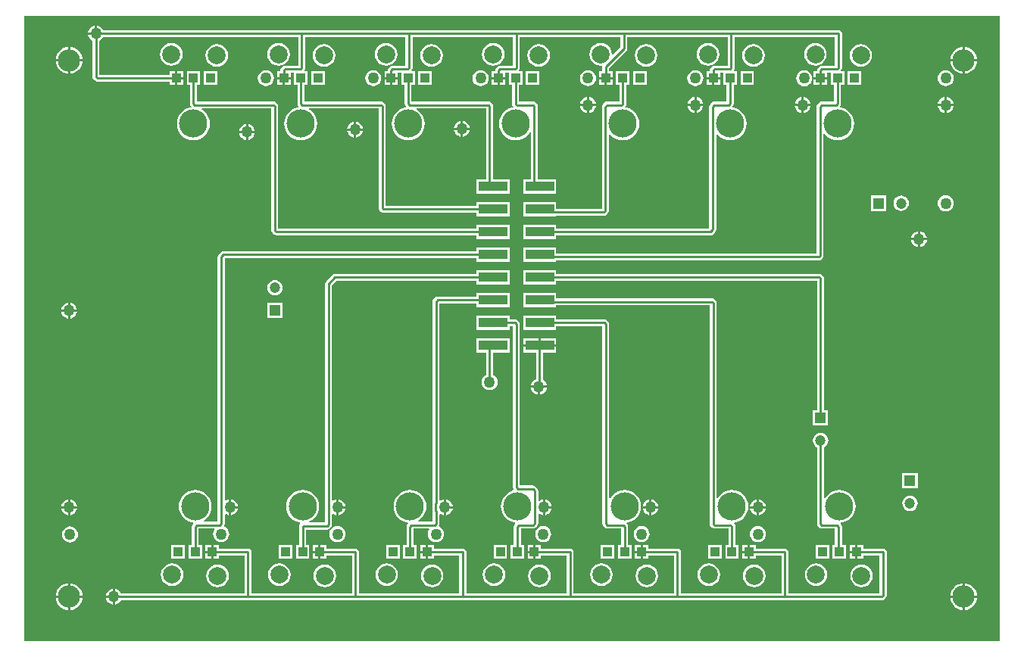
<source format=gtl>
G04*
G04 #@! TF.GenerationSoftware,Altium Limited,Altium Designer,21.1.1 (26)*
G04*
G04 Layer_Physical_Order=1*
G04 Layer_Color=255*
%FSLAX25Y25*%
%MOIN*%
G70*
G04*
G04 #@! TF.SameCoordinates,01C9CA7A-74B7-4461-9927-2E12136583BC*
G04*
G04*
G04 #@! TF.FilePolarity,Positive*
G04*
G01*
G75*
%ADD12C,0.01000*%
%ADD13R,0.12500X0.04488*%
%ADD22C,0.04724*%
%ADD23R,0.04724X0.04724*%
%ADD24R,0.04724X0.04724*%
%ADD25C,0.07874*%
%ADD26R,0.03937X0.03937*%
%ADD27C,0.12402*%
%ADD28C,0.09843*%
%ADD29C,0.05000*%
G36*
X547244Y118110D02*
X118110D01*
Y393701D01*
X547244D01*
Y118110D01*
D02*
G37*
%LPC*%
G36*
X149106Y389291D02*
X148693Y389237D01*
X147841Y388884D01*
X147110Y388323D01*
X146549Y387592D01*
X146196Y386740D01*
X146142Y386327D01*
X149106D01*
Y389291D01*
D02*
G37*
G36*
X531996Y379916D02*
Y374516D01*
X537397D01*
X537332Y375177D01*
X536993Y376293D01*
X536443Y377321D01*
X535703Y378223D01*
X534802Y378963D01*
X533773Y379513D01*
X532657Y379851D01*
X531996Y379916D01*
D02*
G37*
G36*
X530996D02*
X530335Y379851D01*
X529219Y379513D01*
X528191Y378963D01*
X527289Y378223D01*
X526549Y377321D01*
X525999Y376293D01*
X525661Y375177D01*
X525595Y374516D01*
X530996D01*
Y379916D01*
D02*
G37*
G36*
X138295D02*
Y374516D01*
X143696D01*
X143631Y375177D01*
X143292Y376293D01*
X142743Y377321D01*
X142002Y378223D01*
X141101Y378963D01*
X140072Y379513D01*
X138956Y379851D01*
X138295Y379916D01*
D02*
G37*
G36*
X137295D02*
X136635Y379851D01*
X135518Y379513D01*
X134490Y378963D01*
X133588Y378223D01*
X132848Y377321D01*
X132298Y376293D01*
X131960Y375177D01*
X131895Y374516D01*
X137295D01*
Y379916D01*
D02*
G37*
G36*
X466221Y381653D02*
X464932Y381483D01*
X463731Y380986D01*
X462699Y380194D01*
X461908Y379163D01*
X461411Y377962D01*
X461241Y376673D01*
X461411Y375384D01*
X461908Y374183D01*
X462699Y373152D01*
X463731Y372361D01*
X464932Y371863D01*
X466221Y371694D01*
X467509Y371863D01*
X468710Y372361D01*
X469742Y373152D01*
X470533Y374183D01*
X471030Y375384D01*
X471200Y376673D01*
X471030Y377962D01*
X470533Y379163D01*
X469742Y380194D01*
X468710Y380986D01*
X467509Y381483D01*
X466221Y381653D01*
D02*
G37*
G36*
X418976D02*
X417688Y381483D01*
X416487Y380986D01*
X415455Y380194D01*
X414664Y379163D01*
X414166Y377962D01*
X413997Y376673D01*
X414166Y375384D01*
X414664Y374183D01*
X415455Y373152D01*
X416487Y372361D01*
X417688Y371863D01*
X418976Y371694D01*
X420265Y371863D01*
X421466Y372361D01*
X422498Y373152D01*
X423289Y374183D01*
X423786Y375384D01*
X423956Y376673D01*
X423786Y377962D01*
X423289Y379163D01*
X422498Y380194D01*
X421466Y380986D01*
X420265Y381483D01*
X418976Y381653D01*
D02*
G37*
G36*
X324488D02*
X323199Y381483D01*
X321998Y380986D01*
X320967Y380194D01*
X320176Y379163D01*
X319678Y377962D01*
X319509Y376673D01*
X319678Y375384D01*
X320176Y374183D01*
X320967Y373152D01*
X321998Y372361D01*
X323199Y371863D01*
X324488Y371694D01*
X325777Y371863D01*
X326978Y372361D01*
X328009Y373152D01*
X328801Y374183D01*
X329298Y375384D01*
X329468Y376673D01*
X329298Y377962D01*
X328801Y379163D01*
X328009Y380194D01*
X326978Y380986D01*
X325777Y381483D01*
X324488Y381653D01*
D02*
G37*
G36*
X277244D02*
X275955Y381483D01*
X274754Y380986D01*
X273723Y380194D01*
X272932Y379163D01*
X272434Y377962D01*
X272265Y376673D01*
X272434Y375384D01*
X272932Y374183D01*
X273723Y373152D01*
X274754Y372361D01*
X275955Y371863D01*
X277244Y371694D01*
X278533Y371863D01*
X279734Y372361D01*
X280765Y373152D01*
X281557Y374183D01*
X282054Y375384D01*
X282224Y376673D01*
X282054Y377962D01*
X281557Y379163D01*
X280765Y380194D01*
X279734Y380986D01*
X278533Y381483D01*
X277244Y381653D01*
D02*
G37*
G36*
X230000D02*
X228711Y381483D01*
X227510Y380986D01*
X226479Y380194D01*
X225688Y379163D01*
X225190Y377962D01*
X225020Y376673D01*
X225190Y375384D01*
X225688Y374183D01*
X226479Y373152D01*
X227510Y372361D01*
X228711Y371863D01*
X230000Y371694D01*
X231289Y371863D01*
X232490Y372361D01*
X233521Y373152D01*
X234313Y374183D01*
X234810Y375384D01*
X234980Y376673D01*
X234810Y377962D01*
X234313Y379163D01*
X233521Y380194D01*
X232490Y380986D01*
X231289Y381483D01*
X230000Y381653D01*
D02*
G37*
G36*
X182756D02*
X181467Y381483D01*
X180266Y380986D01*
X179235Y380194D01*
X178443Y379163D01*
X177946Y377962D01*
X177776Y376673D01*
X177946Y375384D01*
X178443Y374183D01*
X179235Y373152D01*
X180266Y372361D01*
X181467Y371863D01*
X182756Y371694D01*
X184045Y371863D01*
X185246Y372361D01*
X186277Y373152D01*
X187068Y374183D01*
X187566Y375384D01*
X187735Y376673D01*
X187566Y377962D01*
X187068Y379163D01*
X186277Y380194D01*
X185246Y380986D01*
X184045Y381483D01*
X182756Y381653D01*
D02*
G37*
G36*
X486221Y381121D02*
X484932Y380952D01*
X483731Y380454D01*
X482699Y379663D01*
X481908Y378631D01*
X481411Y377431D01*
X481241Y376142D01*
X481411Y374853D01*
X481908Y373652D01*
X482699Y372621D01*
X483731Y371829D01*
X484932Y371332D01*
X486221Y371162D01*
X487509Y371332D01*
X488710Y371829D01*
X489742Y372621D01*
X490533Y373652D01*
X491030Y374853D01*
X491200Y376142D01*
X491030Y377431D01*
X490533Y378631D01*
X489742Y379663D01*
X488710Y380454D01*
X487509Y380952D01*
X486221Y381121D01*
D02*
G37*
G36*
X438976D02*
X437688Y380952D01*
X436487Y380454D01*
X435455Y379663D01*
X434664Y378631D01*
X434166Y377431D01*
X433997Y376142D01*
X434166Y374853D01*
X434664Y373652D01*
X435455Y372621D01*
X436487Y371829D01*
X437688Y371332D01*
X438976Y371162D01*
X440265Y371332D01*
X441466Y371829D01*
X442497Y372621D01*
X443289Y373652D01*
X443786Y374853D01*
X443956Y376142D01*
X443786Y377431D01*
X443289Y378631D01*
X442497Y379663D01*
X441466Y380454D01*
X440265Y380952D01*
X438976Y381121D01*
D02*
G37*
G36*
X391732D02*
X390443Y380952D01*
X389243Y380454D01*
X388211Y379663D01*
X387420Y378631D01*
X386922Y377431D01*
X386753Y376142D01*
X386922Y374853D01*
X387420Y373652D01*
X388211Y372621D01*
X389243Y371829D01*
X390443Y371332D01*
X391732Y371162D01*
X393021Y371332D01*
X394222Y371829D01*
X395253Y372621D01*
X396045Y373652D01*
X396542Y374853D01*
X396712Y376142D01*
X396542Y377431D01*
X396045Y378631D01*
X395253Y379663D01*
X394222Y380454D01*
X393021Y380952D01*
X391732Y381121D01*
D02*
G37*
G36*
X344488D02*
X343199Y380952D01*
X341998Y380454D01*
X340967Y379663D01*
X340176Y378631D01*
X339678Y377431D01*
X339509Y376142D01*
X339678Y374853D01*
X340176Y373652D01*
X340967Y372621D01*
X341998Y371829D01*
X343199Y371332D01*
X344488Y371162D01*
X345777Y371332D01*
X346978Y371829D01*
X348009Y372621D01*
X348801Y373652D01*
X349298Y374853D01*
X349468Y376142D01*
X349298Y377431D01*
X348801Y378631D01*
X348009Y379663D01*
X346978Y380454D01*
X345777Y380952D01*
X344488Y381121D01*
D02*
G37*
G36*
X297244D02*
X295955Y380952D01*
X294754Y380454D01*
X293723Y379663D01*
X292932Y378631D01*
X292434Y377431D01*
X292265Y376142D01*
X292434Y374853D01*
X292932Y373652D01*
X293723Y372621D01*
X294754Y371829D01*
X295955Y371332D01*
X297244Y371162D01*
X298533Y371332D01*
X299734Y371829D01*
X300765Y372621D01*
X301557Y373652D01*
X302054Y374853D01*
X302224Y376142D01*
X302054Y377431D01*
X301557Y378631D01*
X300765Y379663D01*
X299734Y380454D01*
X298533Y380952D01*
X297244Y381121D01*
D02*
G37*
G36*
X250000D02*
X248711Y380952D01*
X247510Y380454D01*
X246479Y379663D01*
X245688Y378631D01*
X245190Y377431D01*
X245020Y376142D01*
X245190Y374853D01*
X245688Y373652D01*
X246479Y372621D01*
X247510Y371829D01*
X248711Y371332D01*
X250000Y371162D01*
X251289Y371332D01*
X252490Y371829D01*
X253521Y372621D01*
X254312Y373652D01*
X254810Y374853D01*
X254980Y376142D01*
X254810Y377431D01*
X254312Y378631D01*
X253521Y379663D01*
X252490Y380454D01*
X251289Y380952D01*
X250000Y381121D01*
D02*
G37*
G36*
X202756D02*
X201467Y380952D01*
X200266Y380454D01*
X199235Y379663D01*
X198443Y378631D01*
X197946Y377431D01*
X197776Y376142D01*
X197946Y374853D01*
X198443Y373652D01*
X199235Y372621D01*
X200266Y371829D01*
X201467Y371332D01*
X202756Y371162D01*
X204045Y371332D01*
X205246Y371829D01*
X206277Y372621D01*
X207068Y373652D01*
X207566Y374853D01*
X207735Y376142D01*
X207566Y377431D01*
X207068Y378631D01*
X206277Y379663D01*
X205246Y380454D01*
X204045Y380952D01*
X202756Y381121D01*
D02*
G37*
G36*
X537397Y373516D02*
X531996D01*
Y368115D01*
X532657Y368180D01*
X533773Y368519D01*
X534802Y369069D01*
X535703Y369809D01*
X536443Y370710D01*
X536993Y371739D01*
X537332Y372855D01*
X537397Y373516D01*
D02*
G37*
G36*
X530996D02*
X525595D01*
X525661Y372855D01*
X525999Y371739D01*
X526549Y370710D01*
X527289Y369809D01*
X528191Y369069D01*
X529219Y368519D01*
X530335Y368180D01*
X530996Y368115D01*
Y373516D01*
D02*
G37*
G36*
X143696D02*
X138295D01*
Y368115D01*
X138956Y368180D01*
X140072Y368519D01*
X141101Y369069D01*
X142002Y369809D01*
X142743Y370710D01*
X143292Y371739D01*
X143631Y372855D01*
X143696Y373516D01*
D02*
G37*
G36*
X137295D02*
X131895D01*
X131960Y372855D01*
X132298Y371739D01*
X132848Y370710D01*
X133588Y369809D01*
X134490Y369069D01*
X135518Y368519D01*
X136635Y368180D01*
X137295Y368115D01*
Y373516D01*
D02*
G37*
G36*
X188008Y369110D02*
X185539D01*
Y366642D01*
X188008D01*
Y369110D01*
D02*
G37*
G36*
X486433D02*
X480496D01*
Y363173D01*
X486433D01*
Y369110D01*
D02*
G37*
G36*
X471472Y365642D02*
X469004D01*
Y363173D01*
X471472D01*
Y365642D01*
D02*
G37*
G36*
X468004D02*
X465535D01*
Y363173D01*
X468004D01*
Y365642D01*
D02*
G37*
G36*
X439189Y369110D02*
X433252D01*
Y363173D01*
X439189D01*
Y369110D01*
D02*
G37*
G36*
X424228Y365642D02*
X421760D01*
Y363173D01*
X424228D01*
Y365642D01*
D02*
G37*
G36*
X420760D02*
X418291D01*
Y363173D01*
X420760D01*
Y365642D01*
D02*
G37*
G36*
X391945Y369110D02*
X386008D01*
Y363173D01*
X391945D01*
Y369110D01*
D02*
G37*
G36*
X376984Y365642D02*
X374516D01*
Y363173D01*
X376984D01*
Y365642D01*
D02*
G37*
G36*
X373516D02*
X371047D01*
Y363173D01*
X373516D01*
Y365642D01*
D02*
G37*
G36*
X344701Y369110D02*
X338764D01*
Y363173D01*
X344701D01*
Y369110D01*
D02*
G37*
G36*
X329740Y365642D02*
X327272D01*
Y363173D01*
X329740D01*
Y365642D01*
D02*
G37*
G36*
X326272D02*
X323803D01*
Y363173D01*
X326272D01*
Y365642D01*
D02*
G37*
G36*
X297457Y369110D02*
X291520D01*
Y363173D01*
X297457D01*
Y369110D01*
D02*
G37*
G36*
X282496Y365642D02*
X280028D01*
Y363173D01*
X282496D01*
Y365642D01*
D02*
G37*
G36*
X279028D02*
X276559D01*
Y363173D01*
X279028D01*
Y365642D01*
D02*
G37*
G36*
X250213Y369110D02*
X244276D01*
Y363173D01*
X250213D01*
Y369110D01*
D02*
G37*
G36*
X235252Y365642D02*
X232784D01*
Y363173D01*
X235252D01*
Y365642D01*
D02*
G37*
G36*
X231784D02*
X229315D01*
Y363173D01*
X231784D01*
Y365642D01*
D02*
G37*
G36*
X202969Y369110D02*
X197031D01*
Y363173D01*
X202969D01*
Y369110D01*
D02*
G37*
G36*
X188008Y365642D02*
X185539D01*
Y363173D01*
X188008D01*
Y365642D01*
D02*
G37*
G36*
X523622Y369672D02*
X522708Y369552D01*
X521857Y369199D01*
X521126Y368638D01*
X520565Y367907D01*
X520212Y367055D01*
X520092Y366142D01*
X520212Y365228D01*
X520565Y364377D01*
X521126Y363646D01*
X521857Y363085D01*
X522708Y362732D01*
X523622Y362612D01*
X524536Y362732D01*
X525387Y363085D01*
X526118Y363646D01*
X526679Y364377D01*
X527032Y365228D01*
X527152Y366142D01*
X527032Y367055D01*
X526679Y367907D01*
X526118Y368638D01*
X525387Y369199D01*
X524536Y369552D01*
X523622Y369672D01*
D02*
G37*
G36*
X413386D02*
X412472Y369552D01*
X411621Y369199D01*
X410890Y368638D01*
X410329Y367907D01*
X409976Y367055D01*
X409856Y366142D01*
X409976Y365228D01*
X410329Y364377D01*
X410890Y363646D01*
X411621Y363085D01*
X412472Y362732D01*
X413386Y362612D01*
X414299Y362732D01*
X415151Y363085D01*
X415882Y363646D01*
X416443Y364377D01*
X416796Y365228D01*
X416916Y366142D01*
X416796Y367055D01*
X416443Y367907D01*
X415882Y368638D01*
X415151Y369199D01*
X414299Y369552D01*
X413386Y369672D01*
D02*
G37*
G36*
X366142D02*
X365228Y369552D01*
X364377Y369199D01*
X363646Y368638D01*
X363085Y367907D01*
X362732Y367055D01*
X362612Y366142D01*
X362732Y365228D01*
X363085Y364377D01*
X363646Y363646D01*
X364377Y363085D01*
X365228Y362732D01*
X366142Y362612D01*
X367055Y362732D01*
X367907Y363085D01*
X368638Y363646D01*
X369199Y364377D01*
X369552Y365228D01*
X369672Y366142D01*
X369552Y367055D01*
X369199Y367907D01*
X368638Y368638D01*
X367907Y369199D01*
X367055Y369552D01*
X366142Y369672D01*
D02*
G37*
G36*
X318898D02*
X317984Y369552D01*
X317132Y369199D01*
X316401Y368638D01*
X315840Y367907D01*
X315488Y367055D01*
X315367Y366142D01*
X315488Y365228D01*
X315840Y364377D01*
X316401Y363646D01*
X317132Y363085D01*
X317984Y362732D01*
X318898Y362612D01*
X319811Y362732D01*
X320663Y363085D01*
X321394Y363646D01*
X321955Y364377D01*
X322307Y365228D01*
X322428Y366142D01*
X322307Y367055D01*
X321955Y367907D01*
X321394Y368638D01*
X320663Y369199D01*
X319811Y369552D01*
X318898Y369672D01*
D02*
G37*
G36*
X271654D02*
X270740Y369552D01*
X269888Y369199D01*
X269157Y368638D01*
X268596Y367907D01*
X268244Y367055D01*
X268123Y366142D01*
X268244Y365228D01*
X268596Y364377D01*
X269157Y363646D01*
X269888Y363085D01*
X270740Y362732D01*
X271654Y362612D01*
X272567Y362732D01*
X273419Y363085D01*
X274150Y363646D01*
X274711Y364377D01*
X275063Y365228D01*
X275184Y366142D01*
X275063Y367055D01*
X274711Y367907D01*
X274150Y368638D01*
X273419Y369199D01*
X272567Y369552D01*
X271654Y369672D01*
D02*
G37*
G36*
X224410D02*
X223496Y369552D01*
X222644Y369199D01*
X221913Y368638D01*
X221352Y367907D01*
X221000Y367055D01*
X220879Y366142D01*
X221000Y365228D01*
X221352Y364377D01*
X221913Y363646D01*
X222644Y363085D01*
X223496Y362732D01*
X224410Y362612D01*
X225323Y362732D01*
X226174Y363085D01*
X226906Y363646D01*
X227467Y364377D01*
X227819Y365228D01*
X227940Y366142D01*
X227819Y367055D01*
X227467Y367907D01*
X226906Y368638D01*
X226174Y369199D01*
X225323Y369552D01*
X224410Y369672D01*
D02*
G37*
G36*
X461318Y369653D02*
X460404Y369532D01*
X459553Y369180D01*
X458821Y368619D01*
X458260Y367887D01*
X457908Y367036D01*
X457788Y366122D01*
X457908Y365209D01*
X458260Y364357D01*
X458821Y363626D01*
X459553Y363065D01*
X460404Y362712D01*
X461318Y362592D01*
X462231Y362712D01*
X463083Y363065D01*
X463814Y363626D01*
X464375Y364357D01*
X464728Y365209D01*
X464848Y366122D01*
X464728Y367036D01*
X464375Y367887D01*
X463814Y368619D01*
X463083Y369180D01*
X462231Y369532D01*
X461318Y369653D01*
D02*
G37*
G36*
X524122Y357795D02*
Y354831D01*
X527086D01*
X527032Y355244D01*
X526679Y356096D01*
X526118Y356827D01*
X525387Y357388D01*
X524536Y357741D01*
X524122Y357795D01*
D02*
G37*
G36*
X523122D02*
X522708Y357741D01*
X521857Y357388D01*
X521126Y356827D01*
X520565Y356096D01*
X520212Y355244D01*
X520158Y354831D01*
X523122D01*
Y357795D01*
D02*
G37*
G36*
X461130D02*
Y354831D01*
X464094D01*
X464040Y355244D01*
X463687Y356096D01*
X463126Y356827D01*
X462395Y357388D01*
X461544Y357741D01*
X461130Y357795D01*
D02*
G37*
G36*
X460130D02*
X459716Y357741D01*
X458865Y357388D01*
X458134Y356827D01*
X457573Y356096D01*
X457220Y355244D01*
X457165Y354831D01*
X460130D01*
Y357795D01*
D02*
G37*
G36*
X413886D02*
Y354831D01*
X416850D01*
X416796Y355244D01*
X416443Y356096D01*
X415882Y356827D01*
X415151Y357388D01*
X414299Y357741D01*
X413886Y357795D01*
D02*
G37*
G36*
X412886D02*
X412472Y357741D01*
X411621Y357388D01*
X410890Y356827D01*
X410329Y356096D01*
X409976Y355244D01*
X409922Y354831D01*
X412886D01*
Y357795D01*
D02*
G37*
G36*
X366642D02*
Y354831D01*
X369606D01*
X369552Y355244D01*
X369199Y356096D01*
X368638Y356827D01*
X367907Y357388D01*
X367055Y357741D01*
X366642Y357795D01*
D02*
G37*
G36*
X365642D02*
X365228Y357741D01*
X364377Y357388D01*
X363646Y356827D01*
X363085Y356096D01*
X362732Y355244D01*
X362677Y354831D01*
X365642D01*
Y357795D01*
D02*
G37*
G36*
X527086Y353831D02*
X524122D01*
Y350866D01*
X524536Y350921D01*
X525387Y351273D01*
X526118Y351835D01*
X526679Y352566D01*
X527032Y353417D01*
X527086Y353831D01*
D02*
G37*
G36*
X523122D02*
X520158D01*
X520212Y353417D01*
X520565Y352566D01*
X521126Y351835D01*
X521857Y351273D01*
X522708Y350921D01*
X523122Y350866D01*
Y353831D01*
D02*
G37*
G36*
X464094D02*
X461130D01*
Y350866D01*
X461544Y350921D01*
X462395Y351273D01*
X463126Y351835D01*
X463687Y352566D01*
X464040Y353417D01*
X464094Y353831D01*
D02*
G37*
G36*
X460130D02*
X457165D01*
X457220Y353417D01*
X457573Y352566D01*
X458134Y351835D01*
X458865Y351273D01*
X459716Y350921D01*
X460130Y350866D01*
Y353831D01*
D02*
G37*
G36*
X416850D02*
X413886D01*
Y350866D01*
X414299Y350921D01*
X415151Y351273D01*
X415882Y351835D01*
X416443Y352566D01*
X416796Y353417D01*
X416850Y353831D01*
D02*
G37*
G36*
X412886D02*
X409922D01*
X409976Y353417D01*
X410329Y352566D01*
X410890Y351835D01*
X411621Y351273D01*
X412472Y350921D01*
X412886Y350866D01*
Y353831D01*
D02*
G37*
G36*
X369606D02*
X366642D01*
Y350866D01*
X367055Y350921D01*
X367907Y351273D01*
X368638Y351835D01*
X369199Y352566D01*
X369552Y353417D01*
X369606Y353831D01*
D02*
G37*
G36*
X365642D02*
X362677D01*
X362732Y353417D01*
X363085Y352566D01*
X363646Y351835D01*
X364377Y351273D01*
X365228Y350921D01*
X365642Y350866D01*
Y353831D01*
D02*
G37*
G36*
X311175Y347302D02*
Y344337D01*
X314139D01*
X314085Y344751D01*
X313732Y345602D01*
X313171Y346333D01*
X312440Y346894D01*
X311588Y347247D01*
X311175Y347302D01*
D02*
G37*
G36*
X310175D02*
X309761Y347247D01*
X308910Y346894D01*
X308178Y346333D01*
X307617Y345602D01*
X307265Y344751D01*
X307210Y344337D01*
X310175D01*
Y347302D01*
D02*
G37*
G36*
X264133Y346957D02*
Y343993D01*
X267097D01*
X267043Y344407D01*
X266690Y345258D01*
X266129Y345989D01*
X265398Y346550D01*
X264546Y346903D01*
X264133Y346957D01*
D02*
G37*
G36*
X263133D02*
X262719Y346903D01*
X261868Y346550D01*
X261137Y345989D01*
X260576Y345258D01*
X260223Y344407D01*
X260169Y343993D01*
X263133D01*
Y346957D01*
D02*
G37*
G36*
X216575Y345925D02*
Y342961D01*
X219539D01*
X219485Y343375D01*
X219132Y344226D01*
X218571Y344957D01*
X217840Y345518D01*
X216989Y345871D01*
X216575Y345925D01*
D02*
G37*
G36*
X215575D02*
X215161Y345871D01*
X214310Y345518D01*
X213579Y344957D01*
X213018Y344226D01*
X212665Y343375D01*
X212611Y342961D01*
X215575D01*
Y345925D01*
D02*
G37*
G36*
X314139Y343337D02*
X311175D01*
Y340373D01*
X311588Y340427D01*
X312440Y340780D01*
X313171Y341341D01*
X313732Y342072D01*
X314085Y342923D01*
X314139Y343337D01*
D02*
G37*
G36*
X310175D02*
X307210D01*
X307265Y342923D01*
X307617Y342072D01*
X308178Y341341D01*
X308910Y340780D01*
X309761Y340427D01*
X310175Y340373D01*
Y343337D01*
D02*
G37*
G36*
X267097Y342993D02*
X264133D01*
Y340029D01*
X264546Y340083D01*
X265398Y340436D01*
X266129Y340997D01*
X266690Y341728D01*
X267043Y342579D01*
X267097Y342993D01*
D02*
G37*
G36*
X263133D02*
X260169D01*
X260223Y342579D01*
X260576Y341728D01*
X261137Y340997D01*
X261868Y340436D01*
X262719Y340083D01*
X263133Y340029D01*
Y342993D01*
D02*
G37*
G36*
X219539Y341961D02*
X216575D01*
Y338997D01*
X216989Y339051D01*
X217840Y339404D01*
X218571Y339965D01*
X219132Y340696D01*
X219485Y341547D01*
X219539Y341961D01*
D02*
G37*
G36*
X215575D02*
X212611D01*
X212665Y341547D01*
X213018Y340696D01*
X213579Y339965D01*
X214310Y339404D01*
X215161Y339051D01*
X215575Y338997D01*
Y341961D01*
D02*
G37*
G36*
X150106Y389291D02*
Y385827D01*
X149606D01*
Y385327D01*
X146142D01*
X146196Y384913D01*
X146549Y384062D01*
X147110Y383330D01*
X147841Y382769D01*
X148077Y382672D01*
Y366727D01*
X148193Y366142D01*
X148525Y365646D01*
X149111Y365060D01*
X149607Y364729D01*
X150192Y364612D01*
X182071D01*
Y363173D01*
X184539D01*
Y366142D01*
Y369110D01*
X182071D01*
Y367671D01*
X151136D01*
Y382672D01*
X151371Y382769D01*
X152102Y383330D01*
X152664Y384062D01*
X152761Y384297D01*
X238628D01*
Y371608D01*
X232869D01*
X232284Y371492D01*
X231788Y371160D01*
X231202Y370574D01*
X230871Y370078D01*
X230754Y369493D01*
Y369110D01*
X229315D01*
Y366642D01*
X235252D01*
Y368549D01*
X236795D01*
Y363173D01*
X238234D01*
Y354917D01*
X238351Y354331D01*
X238682Y353835D01*
X238854Y353663D01*
X238686Y353192D01*
X238352Y353160D01*
X236995Y352748D01*
X235744Y352079D01*
X234647Y351179D01*
X233748Y350083D01*
X233079Y348832D01*
X232667Y347475D01*
X232528Y346063D01*
X232667Y344651D01*
X233079Y343294D01*
X233748Y342043D01*
X234647Y340947D01*
X235744Y340047D01*
X236995Y339378D01*
X238352Y338966D01*
X239764Y338827D01*
X241175Y338966D01*
X242533Y339378D01*
X243784Y340047D01*
X244880Y340947D01*
X245780Y342043D01*
X246449Y343294D01*
X246860Y344651D01*
X246999Y346063D01*
X246860Y347475D01*
X246449Y348832D01*
X245780Y350083D01*
X244880Y351179D01*
X243784Y352079D01*
X243368Y352301D01*
X243493Y352801D01*
X274061D01*
Y308991D01*
X274178Y308406D01*
X274509Y307910D01*
X275095Y307324D01*
X275591Y306993D01*
X276176Y306876D01*
X317150D01*
Y305221D01*
X331650D01*
Y311709D01*
X317150D01*
Y309935D01*
X277120D01*
Y353745D01*
X277004Y354330D01*
X276672Y354826D01*
X276086Y355412D01*
X275590Y355744D01*
X275005Y355860D01*
X241293D01*
Y363173D01*
X242732D01*
Y369110D01*
X241419D01*
X241304Y369389D01*
X241257Y369610D01*
X241570Y370079D01*
X241687Y370665D01*
Y384297D01*
X285872D01*
Y371608D01*
X280113D01*
X279528Y371492D01*
X279032Y371160D01*
X278446Y370574D01*
X278115Y370078D01*
X277998Y369493D01*
Y369110D01*
X276559D01*
Y366642D01*
X282496D01*
Y368549D01*
X284039D01*
Y363173D01*
X285478D01*
Y354917D01*
X285595Y354331D01*
X285926Y353835D01*
X286098Y353663D01*
X285930Y353192D01*
X285596Y353160D01*
X284239Y352748D01*
X282988Y352079D01*
X281891Y351179D01*
X280992Y350083D01*
X280323Y348832D01*
X279911Y347475D01*
X279772Y346063D01*
X279911Y344651D01*
X280323Y343294D01*
X280992Y342043D01*
X281891Y340947D01*
X282988Y340047D01*
X284239Y339378D01*
X285596Y338966D01*
X287008Y338827D01*
X288420Y338966D01*
X289777Y339378D01*
X291028Y340047D01*
X292124Y340947D01*
X293024Y342043D01*
X293693Y343294D01*
X294105Y344651D01*
X294244Y346063D01*
X294105Y347475D01*
X293693Y348832D01*
X293024Y350083D01*
X292124Y351179D01*
X291028Y352079D01*
X290612Y352301D01*
X290737Y352801D01*
X321305D01*
Y321709D01*
X317150D01*
Y315220D01*
X331650D01*
Y321709D01*
X324364D01*
Y353745D01*
X324248Y354330D01*
X323916Y354826D01*
X323330Y355412D01*
X322834Y355744D01*
X322249Y355860D01*
X288537D01*
Y363173D01*
X289976D01*
Y369110D01*
X288663D01*
X288548Y369389D01*
X288501Y369610D01*
X288814Y370079D01*
X288931Y370665D01*
Y384297D01*
X333116D01*
Y371608D01*
X327357D01*
X326772Y371492D01*
X326276Y371160D01*
X325690Y370574D01*
X325359Y370078D01*
X325242Y369493D01*
Y369110D01*
X323803D01*
Y366642D01*
X329740D01*
Y368549D01*
X331283D01*
Y363173D01*
X332723D01*
Y354917D01*
X332839Y354331D01*
X333171Y353835D01*
X333342Y353663D01*
X333174Y353192D01*
X332840Y353160D01*
X331483Y352748D01*
X330232Y352079D01*
X329136Y351179D01*
X328236Y350083D01*
X327567Y348832D01*
X327155Y347475D01*
X327016Y346063D01*
X327155Y344651D01*
X327567Y343294D01*
X328236Y342043D01*
X329136Y340947D01*
X330232Y340047D01*
X331483Y339378D01*
X332840Y338966D01*
X334252Y338827D01*
X335664Y338966D01*
X337021Y339378D01*
X338272Y340047D01*
X339368Y340947D01*
X340268Y342043D01*
X340490Y342459D01*
X340990Y342333D01*
Y321709D01*
X337642D01*
Y315220D01*
X352142D01*
Y321709D01*
X344049D01*
Y353745D01*
X343933Y354330D01*
X343601Y354826D01*
X343015Y355412D01*
X342519Y355744D01*
X341934Y355860D01*
X335781D01*
Y363173D01*
X337221D01*
Y369110D01*
X335908D01*
X335792Y369389D01*
X335745Y369610D01*
X336059Y370079D01*
X336175Y370665D01*
Y384297D01*
X380360D01*
Y379775D01*
X377165Y376580D01*
X376693Y376815D01*
X376542Y377962D01*
X376045Y379163D01*
X375253Y380194D01*
X374222Y380986D01*
X373021Y381483D01*
X371732Y381653D01*
X370444Y381483D01*
X369243Y380986D01*
X368211Y380194D01*
X367420Y379163D01*
X366922Y377962D01*
X366753Y376673D01*
X366922Y375384D01*
X367420Y374183D01*
X368211Y373152D01*
X369243Y372361D01*
X370444Y371863D01*
X371732Y371694D01*
X372168Y371751D01*
X372510Y371386D01*
X372486Y371268D01*
Y369110D01*
X371047D01*
Y366642D01*
X376984D01*
Y369110D01*
X375545D01*
Y370634D01*
X382971Y378060D01*
X383303Y378556D01*
X383419Y379142D01*
Y384297D01*
X427604D01*
Y371608D01*
X421846D01*
X421260Y371492D01*
X420764Y371160D01*
X420178Y370574D01*
X419847Y370078D01*
X419730Y369493D01*
Y369110D01*
X418291D01*
Y366642D01*
X424228D01*
Y368549D01*
X425772D01*
Y363173D01*
X427211D01*
Y355860D01*
X421846D01*
X421260Y355744D01*
X420764Y355412D01*
X419958Y354606D01*
X419626Y354110D01*
X419510Y353524D01*
Y300067D01*
X419378Y299935D01*
X352142Y299935D01*
Y301709D01*
X337642D01*
Y295220D01*
X352142D01*
Y296876D01*
X420012Y296876D01*
X420597Y296992D01*
X421093Y297324D01*
X422121Y298352D01*
X422452Y298848D01*
X422569Y299433D01*
Y341444D01*
X423069Y341623D01*
X423624Y340947D01*
X424720Y340047D01*
X425971Y339378D01*
X427328Y338966D01*
X428740Y338827D01*
X430152Y338966D01*
X431509Y339378D01*
X432760Y340047D01*
X433856Y340947D01*
X434756Y342043D01*
X435425Y343294D01*
X435837Y344651D01*
X435976Y346063D01*
X435837Y347475D01*
X435425Y348832D01*
X434756Y350083D01*
X433856Y351179D01*
X432760Y352079D01*
X431509Y352748D01*
X430152Y353160D01*
X429818Y353192D01*
X429650Y353663D01*
X429822Y353835D01*
X430153Y354331D01*
X430269Y354917D01*
Y363173D01*
X431709D01*
Y369110D01*
X430396D01*
X430280Y369389D01*
X430233Y369610D01*
X430547Y370079D01*
X430663Y370665D01*
Y384297D01*
X474849D01*
Y371608D01*
X469090D01*
X468504Y371492D01*
X468008Y371160D01*
X467422Y370574D01*
X467091Y370078D01*
X466974Y369493D01*
Y369110D01*
X465535D01*
Y366642D01*
X471472D01*
Y368549D01*
X473016D01*
Y363173D01*
X474455D01*
Y355860D01*
X469090D01*
X468504Y355744D01*
X468008Y355412D01*
X467202Y354606D01*
X466870Y354110D01*
X466754Y353524D01*
Y288931D01*
X352142D01*
Y291709D01*
X337642D01*
Y285221D01*
X352142D01*
Y285872D01*
X467698D01*
X468283Y285989D01*
X468779Y286320D01*
X469365Y286906D01*
X469696Y287402D01*
X469813Y287987D01*
Y341444D01*
X470313Y341623D01*
X470868Y340947D01*
X471964Y340047D01*
X473215Y339378D01*
X474573Y338966D01*
X475984Y338827D01*
X477396Y338966D01*
X478753Y339378D01*
X480004Y340047D01*
X481101Y340947D01*
X482000Y342043D01*
X482669Y343294D01*
X483081Y344651D01*
X483220Y346063D01*
X483081Y347475D01*
X482669Y348832D01*
X482000Y350083D01*
X481101Y351179D01*
X480004Y352079D01*
X478753Y352748D01*
X477396Y353160D01*
X477062Y353192D01*
X476894Y353663D01*
X477066Y353835D01*
X477397Y354331D01*
X477514Y354917D01*
Y363173D01*
X478953D01*
Y369110D01*
X477640D01*
X477524Y369389D01*
X477478Y369610D01*
X477791Y370079D01*
X477907Y370665D01*
Y385827D01*
X477791Y386412D01*
X477459Y386908D01*
X476963Y387240D01*
X476378Y387356D01*
X152761D01*
X152664Y387592D01*
X152102Y388323D01*
X151371Y388884D01*
X150520Y389237D01*
X150106Y389291D01*
D02*
G37*
G36*
X384465Y369110D02*
X378528D01*
Y363173D01*
X379967D01*
Y355860D01*
X374602D01*
X374016Y355744D01*
X373520Y355412D01*
X372714Y354606D01*
X372382Y354110D01*
X372266Y353524D01*
Y308616D01*
X352142D01*
Y311709D01*
X337642D01*
Y305221D01*
X352142D01*
Y305557D01*
X373210D01*
X373795Y305674D01*
X374291Y306005D01*
X374877Y306591D01*
X375208Y307087D01*
X375325Y307672D01*
Y341444D01*
X375825Y341623D01*
X376380Y340947D01*
X377476Y340047D01*
X378727Y339378D01*
X380084Y338966D01*
X381496Y338827D01*
X382908Y338966D01*
X384265Y339378D01*
X385516Y340047D01*
X386612Y340947D01*
X387512Y342043D01*
X388181Y343294D01*
X388593Y344651D01*
X388732Y346063D01*
X388593Y347475D01*
X388181Y348832D01*
X387512Y350083D01*
X386612Y351179D01*
X385516Y352079D01*
X384265Y352748D01*
X382908Y353160D01*
X382574Y353192D01*
X382406Y353663D01*
X382577Y353835D01*
X382909Y354331D01*
X383026Y354917D01*
Y363173D01*
X384465D01*
Y369110D01*
D02*
G37*
G36*
X497299Y314386D02*
X490575D01*
Y307661D01*
X497299D01*
Y314386D01*
D02*
G37*
G36*
X503937Y314415D02*
X503059Y314299D01*
X502241Y313961D01*
X501539Y313422D01*
X501000Y312719D01*
X500661Y311901D01*
X500546Y311024D01*
X500661Y310146D01*
X501000Y309328D01*
X501539Y308626D01*
X502241Y308087D01*
X503059Y307748D01*
X503937Y307632D01*
X504815Y307748D01*
X505633Y308087D01*
X506335Y308626D01*
X506874Y309328D01*
X507213Y310146D01*
X507328Y311024D01*
X507213Y311901D01*
X506874Y312719D01*
X506335Y313422D01*
X505633Y313961D01*
X504815Y314299D01*
X503937Y314415D01*
D02*
G37*
G36*
X523622Y314554D02*
X522708Y314434D01*
X521857Y314081D01*
X521126Y313520D01*
X520565Y312789D01*
X520212Y311937D01*
X520092Y311024D01*
X520212Y310110D01*
X520565Y309259D01*
X521126Y308527D01*
X521857Y307966D01*
X522708Y307614D01*
X523622Y307493D01*
X524536Y307614D01*
X525387Y307966D01*
X526118Y308527D01*
X526679Y309259D01*
X527032Y310110D01*
X527152Y311024D01*
X527032Y311937D01*
X526679Y312789D01*
X526118Y313520D01*
X525387Y314081D01*
X524536Y314434D01*
X523622Y314554D01*
D02*
G37*
G36*
X512311Y298740D02*
Y295776D01*
X515275D01*
X515221Y296189D01*
X514868Y297041D01*
X514307Y297772D01*
X513576Y298333D01*
X512725Y298686D01*
X512311Y298740D01*
D02*
G37*
G36*
X511311D02*
X510897Y298686D01*
X510046Y298333D01*
X509315Y297772D01*
X508754Y297041D01*
X508401Y296189D01*
X508347Y295776D01*
X511311D01*
Y298740D01*
D02*
G37*
G36*
X195488Y369110D02*
X189551D01*
Y363173D01*
X190990D01*
Y354917D01*
X191107Y354331D01*
X191438Y353835D01*
X191610Y353663D01*
X191442Y353192D01*
X191108Y353160D01*
X189751Y352748D01*
X188500Y352079D01*
X187403Y351179D01*
X186504Y350083D01*
X185835Y348832D01*
X185423Y347475D01*
X185284Y346063D01*
X185423Y344651D01*
X185835Y343294D01*
X186504Y342043D01*
X187403Y340947D01*
X188500Y340047D01*
X189751Y339378D01*
X191108Y338966D01*
X192520Y338827D01*
X193931Y338966D01*
X195289Y339378D01*
X196540Y340047D01*
X197636Y340947D01*
X198536Y342043D01*
X199205Y343294D01*
X199616Y344651D01*
X199755Y346063D01*
X199616Y347475D01*
X199205Y348832D01*
X198536Y350083D01*
X197636Y351179D01*
X196540Y352079D01*
X196124Y352301D01*
X196249Y352801D01*
X226817D01*
Y299050D01*
X226934Y298465D01*
X227265Y297969D01*
X227851Y297383D01*
X228347Y297052D01*
X228932Y296935D01*
X317150D01*
Y295220D01*
X331650D01*
Y301709D01*
X317150D01*
Y299994D01*
X229876D01*
Y353745D01*
X229759Y354330D01*
X229428Y354826D01*
X228842Y355412D01*
X228346Y355744D01*
X227761Y355860D01*
X194049D01*
Y363173D01*
X195488D01*
Y369110D01*
D02*
G37*
G36*
X515275Y294776D02*
X512311D01*
Y291811D01*
X512725Y291866D01*
X513576Y292218D01*
X514307Y292779D01*
X514868Y293511D01*
X515221Y294362D01*
X515275Y294776D01*
D02*
G37*
G36*
X511311D02*
X508347D01*
X508401Y294362D01*
X508754Y293511D01*
X509315Y292779D01*
X510046Y292218D01*
X510897Y291866D01*
X511311Y291811D01*
Y294776D01*
D02*
G37*
G36*
X331650Y291709D02*
X317150D01*
Y289935D01*
X205728D01*
X205143Y289819D01*
X204647Y289487D01*
X203643Y288483D01*
X203311Y287987D01*
X203195Y287402D01*
Y179139D01*
X203132Y178822D01*
Y175508D01*
X203195Y175192D01*
Y170884D01*
X197123D01*
X197001Y171369D01*
X197327Y171543D01*
X198424Y172443D01*
X199323Y173539D01*
X199992Y174790D01*
X200404Y176147D01*
X200543Y177559D01*
X200404Y178971D01*
X199992Y180328D01*
X199323Y181579D01*
X198424Y182675D01*
X197327Y183575D01*
X196076Y184244D01*
X194719Y184656D01*
X193307Y184795D01*
X191895Y184656D01*
X190538Y184244D01*
X189287Y183575D01*
X188191Y182675D01*
X187291Y181579D01*
X186622Y180328D01*
X186211Y178971D01*
X186072Y177559D01*
X186211Y176147D01*
X186622Y174790D01*
X187291Y173539D01*
X188191Y172443D01*
X189287Y171543D01*
X190538Y170874D01*
X191895Y170463D01*
X192229Y170430D01*
X192397Y169959D01*
X192226Y169787D01*
X191894Y169291D01*
X191778Y168705D01*
Y160449D01*
X190339D01*
Y154512D01*
X196276D01*
Y160449D01*
X194836D01*
Y167825D01*
X201643D01*
X201864Y167376D01*
X201667Y167119D01*
X201314Y166268D01*
X201194Y165354D01*
X201314Y164441D01*
X201667Y163589D01*
X202228Y162858D01*
X202959Y162297D01*
X203811Y161944D01*
X204724Y161824D01*
X205638Y161944D01*
X206489Y162297D01*
X207221Y162858D01*
X207782Y163589D01*
X208134Y164441D01*
X208255Y165354D01*
X208134Y166268D01*
X207782Y167119D01*
X207221Y167851D01*
X206489Y168412D01*
X206168Y168545D01*
X206003Y169154D01*
X206137Y169355D01*
X206254Y169940D01*
Y174036D01*
X206702Y174257D01*
X206896Y174108D01*
X207748Y173755D01*
X208161Y173701D01*
Y177165D01*
Y180630D01*
X207748Y180575D01*
X206896Y180223D01*
X206702Y180074D01*
X206254Y180295D01*
Y286768D01*
X206362Y286876D01*
X317150D01*
Y285221D01*
X331650D01*
Y291709D01*
D02*
G37*
G36*
Y281709D02*
X317150D01*
Y279935D01*
X254784D01*
X254198Y279819D01*
X253702Y279487D01*
X250887Y276672D01*
X250555Y276176D01*
X250439Y275590D01*
Y179139D01*
X250376Y178822D01*
Y175508D01*
X250439Y175192D01*
Y170427D01*
X243503D01*
X243486Y170468D01*
X243419Y170927D01*
X244571Y171543D01*
X245668Y172443D01*
X246567Y173539D01*
X247236Y174790D01*
X247648Y176147D01*
X247787Y177559D01*
X247648Y178971D01*
X247236Y180328D01*
X246567Y181579D01*
X245668Y182675D01*
X244571Y183575D01*
X243320Y184244D01*
X241963Y184656D01*
X240551Y184795D01*
X239140Y184656D01*
X237782Y184244D01*
X236531Y183575D01*
X235435Y182675D01*
X234535Y181579D01*
X233866Y180328D01*
X233455Y178971D01*
X233316Y177559D01*
X233455Y176147D01*
X233866Y174790D01*
X234535Y173539D01*
X235435Y172443D01*
X236531Y171543D01*
X237782Y170874D01*
X239140Y170463D01*
X239274Y170449D01*
X239388Y170176D01*
X239437Y169931D01*
X239138Y169483D01*
X239022Y168898D01*
Y160449D01*
X237583D01*
Y154512D01*
X243520D01*
Y160449D01*
X242081D01*
Y167368D01*
X251383D01*
X251968Y167485D01*
X252464Y167816D01*
X253050Y168402D01*
X253381Y168898D01*
X253498Y169483D01*
Y174036D01*
X253946Y174257D01*
X254140Y174108D01*
X254992Y173755D01*
X255405Y173701D01*
Y177165D01*
Y180630D01*
X254992Y180575D01*
X254140Y180223D01*
X253946Y180074D01*
X253498Y180295D01*
Y274957D01*
X255417Y276876D01*
X317150D01*
Y275220D01*
X331650D01*
Y281709D01*
D02*
G37*
G36*
X228346Y277171D02*
X227469Y277055D01*
X226651Y276716D01*
X225949Y276178D01*
X225410Y275475D01*
X225071Y274657D01*
X224955Y273780D01*
X225071Y272902D01*
X225410Y272084D01*
X225949Y271382D01*
X226651Y270843D01*
X227469Y270504D01*
X228346Y270388D01*
X229224Y270504D01*
X230042Y270843D01*
X230744Y271382D01*
X231283Y272084D01*
X231622Y272902D01*
X231738Y273780D01*
X231622Y274657D01*
X231283Y275475D01*
X230744Y276178D01*
X230042Y276716D01*
X229224Y277055D01*
X228346Y277171D01*
D02*
G37*
G36*
X331650Y271709D02*
X317150D01*
Y269935D01*
X299902D01*
X299316Y269818D01*
X298820Y269487D01*
X298131Y268798D01*
X297800Y268302D01*
X297683Y267717D01*
Y179139D01*
X297620Y178822D01*
Y175508D01*
X297683Y175192D01*
Y170884D01*
X297556D01*
X297239Y170821D01*
X291525D01*
X291400Y171321D01*
X291815Y171543D01*
X292912Y172443D01*
X293811Y173539D01*
X294480Y174790D01*
X294892Y176147D01*
X295031Y177559D01*
X294892Y178971D01*
X294480Y180328D01*
X293811Y181579D01*
X292912Y182675D01*
X291815Y183575D01*
X290564Y184244D01*
X289207Y184656D01*
X287795Y184795D01*
X286384Y184656D01*
X285026Y184244D01*
X283775Y183575D01*
X282679Y182675D01*
X281779Y181579D01*
X281110Y180328D01*
X280699Y178971D01*
X280560Y177559D01*
X280699Y176147D01*
X281110Y174790D01*
X281779Y173539D01*
X282679Y172443D01*
X283775Y171543D01*
X285026Y170874D01*
X286384Y170463D01*
X286717Y170430D01*
X286886Y169959D01*
X286714Y169787D01*
X286382Y169291D01*
X286266Y168705D01*
Y160449D01*
X284827D01*
Y154512D01*
X290764D01*
Y160449D01*
X289325D01*
Y167762D01*
X296083D01*
X296304Y167314D01*
X296155Y167119D01*
X295803Y166268D01*
X295682Y165354D01*
X295803Y164441D01*
X296155Y163589D01*
X296716Y162858D01*
X297447Y162297D01*
X298299Y161944D01*
X299213Y161824D01*
X300126Y161944D01*
X300978Y162297D01*
X301709Y162858D01*
X302270Y163589D01*
X302623Y164441D01*
X302743Y165354D01*
X302623Y166268D01*
X302270Y167119D01*
X301709Y167851D01*
X300978Y168412D01*
X300712Y168521D01*
X300524Y169141D01*
X300626Y169292D01*
X300742Y169877D01*
Y174036D01*
X301190Y174257D01*
X301384Y174108D01*
X302236Y173755D01*
X302650Y173701D01*
Y177165D01*
Y180630D01*
X302236Y180575D01*
X301384Y180223D01*
X301190Y180074D01*
X300742Y180295D01*
Y266876D01*
X317150D01*
Y265220D01*
X331650D01*
Y271709D01*
D02*
G37*
G36*
X138295Y267244D02*
Y264280D01*
X141260D01*
X141205Y264693D01*
X140852Y265545D01*
X140292Y266276D01*
X139560Y266837D01*
X138709Y267189D01*
X138295Y267244D01*
D02*
G37*
G36*
X137295D02*
X136882Y267189D01*
X136030Y266837D01*
X135299Y266276D01*
X134738Y265545D01*
X134385Y264693D01*
X134331Y264280D01*
X137295D01*
Y267244D01*
D02*
G37*
G36*
X231709Y267142D02*
X224984D01*
Y260417D01*
X231709D01*
Y267142D01*
D02*
G37*
G36*
X141260Y263280D02*
X138295D01*
Y260315D01*
X138709Y260370D01*
X139560Y260722D01*
X140292Y261283D01*
X140852Y262014D01*
X141205Y262866D01*
X141260Y263280D01*
D02*
G37*
G36*
X137295D02*
X134331D01*
X134385Y262866D01*
X134738Y262014D01*
X135299Y261283D01*
X136030Y260722D01*
X136882Y260370D01*
X137295Y260315D01*
Y263280D01*
D02*
G37*
G36*
X352142Y251709D02*
X345392D01*
Y248965D01*
X352142D01*
Y251709D01*
D02*
G37*
G36*
X344392D02*
X337642D01*
Y248965D01*
X344392D01*
Y251709D01*
D02*
G37*
G36*
X352142Y247965D02*
X344892D01*
X337642D01*
Y245220D01*
X343325D01*
Y233545D01*
X342760Y233311D01*
X342029Y232750D01*
X341468Y232019D01*
X341116Y231167D01*
X341061Y230753D01*
X347990D01*
X347936Y231167D01*
X347583Y232019D01*
X347022Y232750D01*
X346384Y233239D01*
Y245220D01*
X352142D01*
Y247965D01*
D02*
G37*
G36*
X331650Y251709D02*
X317150D01*
Y245220D01*
X321305D01*
Y235438D01*
X321070Y235341D01*
X320338Y234780D01*
X319777Y234049D01*
X319425Y233197D01*
X319304Y232283D01*
X319425Y231370D01*
X319777Y230518D01*
X320338Y229787D01*
X321070Y229226D01*
X321921Y228873D01*
X322835Y228753D01*
X323748Y228873D01*
X324600Y229226D01*
X325331Y229787D01*
X325892Y230518D01*
X326245Y231370D01*
X326365Y232283D01*
X326245Y233197D01*
X325892Y234049D01*
X325331Y234780D01*
X324600Y235341D01*
X324364Y235438D01*
Y245220D01*
X331650D01*
Y251709D01*
D02*
G37*
G36*
X347990Y229753D02*
X345026D01*
Y226789D01*
X345439Y226844D01*
X346291Y227196D01*
X347022Y227757D01*
X347583Y228488D01*
X347936Y229340D01*
X347990Y229753D01*
D02*
G37*
G36*
X344026D02*
X341061D01*
X341116Y229340D01*
X341468Y228488D01*
X342029Y227757D01*
X342760Y227196D01*
X343612Y226844D01*
X344026Y226789D01*
Y229753D01*
D02*
G37*
G36*
X352142Y281709D02*
X337642D01*
Y275220D01*
X352142D01*
Y276935D01*
X466974D01*
Y219898D01*
X465142D01*
Y213173D01*
X471866D01*
Y219898D01*
X470033D01*
Y277879D01*
X469917Y278464D01*
X469585Y278960D01*
X469000Y279546D01*
X468503Y279877D01*
X467918Y279994D01*
X352142D01*
Y281709D01*
D02*
G37*
G36*
X511236Y192339D02*
X504512D01*
Y185614D01*
X511236D01*
Y192339D01*
D02*
G37*
G36*
X441445Y180630D02*
Y177665D01*
X444409D01*
X444355Y178079D01*
X444002Y178930D01*
X443441Y179662D01*
X442710Y180223D01*
X441859Y180575D01*
X441445Y180630D01*
D02*
G37*
G36*
X440445D02*
X440031Y180575D01*
X439180Y180223D01*
X438449Y179662D01*
X437888Y178930D01*
X437535Y178079D01*
X437480Y177665D01*
X440445D01*
Y180630D01*
D02*
G37*
G36*
X394201D02*
Y177665D01*
X397165D01*
X397111Y178079D01*
X396758Y178930D01*
X396197Y179662D01*
X395466Y180223D01*
X394615Y180575D01*
X394201Y180630D01*
D02*
G37*
G36*
X393201D02*
X392787Y180575D01*
X391936Y180223D01*
X391205Y179662D01*
X390644Y178930D01*
X390291Y178079D01*
X390236Y177665D01*
X393201D01*
Y180630D01*
D02*
G37*
G36*
X347240D02*
Y177665D01*
X350204D01*
X350150Y178079D01*
X349797Y178930D01*
X349236Y179662D01*
X348505Y180223D01*
X347654Y180575D01*
X347240Y180630D01*
D02*
G37*
G36*
X303650D02*
Y177665D01*
X306614D01*
X306559Y178079D01*
X306207Y178930D01*
X305646Y179662D01*
X304915Y180223D01*
X304063Y180575D01*
X303650Y180630D01*
D02*
G37*
G36*
X256405D02*
Y177665D01*
X259370D01*
X259315Y178079D01*
X258963Y178930D01*
X258402Y179662D01*
X257671Y180223D01*
X256819Y180575D01*
X256405Y180630D01*
D02*
G37*
G36*
X209161D02*
Y177665D01*
X212126D01*
X212071Y178079D01*
X211719Y178930D01*
X211158Y179662D01*
X210426Y180223D01*
X209575Y180575D01*
X209161Y180630D01*
D02*
G37*
G36*
X138295D02*
Y177665D01*
X141260D01*
X141205Y178079D01*
X140852Y178930D01*
X140292Y179662D01*
X139560Y180223D01*
X138709Y180575D01*
X138295Y180630D01*
D02*
G37*
G36*
X137295D02*
X136882Y180575D01*
X136030Y180223D01*
X135299Y179662D01*
X134738Y178930D01*
X134385Y178079D01*
X134331Y177665D01*
X137295D01*
Y180630D01*
D02*
G37*
G36*
X507874Y182368D02*
X506996Y182252D01*
X506178Y181913D01*
X505476Y181374D01*
X504937Y180672D01*
X504598Y179854D01*
X504483Y178976D01*
X504598Y178099D01*
X504937Y177281D01*
X505476Y176578D01*
X506178Y176040D01*
X506996Y175701D01*
X507874Y175585D01*
X508752Y175701D01*
X509570Y176040D01*
X510272Y176578D01*
X510811Y177281D01*
X511150Y178099D01*
X511265Y178976D01*
X511150Y179854D01*
X510811Y180672D01*
X510272Y181374D01*
X509570Y181913D01*
X508752Y182252D01*
X507874Y182368D01*
D02*
G37*
G36*
X444409Y176665D02*
X441445D01*
Y173701D01*
X441859Y173755D01*
X442710Y174108D01*
X443441Y174669D01*
X444002Y175400D01*
X444355Y176252D01*
X444409Y176665D01*
D02*
G37*
G36*
X440445D02*
X437480D01*
X437535Y176252D01*
X437888Y175400D01*
X438449Y174669D01*
X439180Y174108D01*
X440031Y173755D01*
X440445Y173701D01*
Y176665D01*
D02*
G37*
G36*
X397165D02*
X394201D01*
Y173701D01*
X394615Y173755D01*
X395466Y174108D01*
X396197Y174669D01*
X396758Y175400D01*
X397111Y176252D01*
X397165Y176665D01*
D02*
G37*
G36*
X393201D02*
X390236D01*
X390291Y176252D01*
X390644Y175400D01*
X391205Y174669D01*
X391936Y174108D01*
X392787Y173755D01*
X393201Y173701D01*
Y176665D01*
D02*
G37*
G36*
X350204D02*
X347240D01*
Y173701D01*
X347654Y173755D01*
X348505Y174108D01*
X349236Y174669D01*
X349797Y175400D01*
X350150Y176252D01*
X350204Y176665D01*
D02*
G37*
G36*
X331650Y261709D02*
X317150D01*
Y255221D01*
X331650D01*
Y256876D01*
X332112D01*
X332227Y256899D01*
X333116D01*
Y185846D01*
X333233Y185260D01*
X333345Y185092D01*
X333135Y184506D01*
X332270Y184244D01*
X331019Y183575D01*
X329923Y182675D01*
X329023Y181579D01*
X328355Y180328D01*
X327943Y178971D01*
X327804Y177559D01*
X327943Y176147D01*
X328355Y174790D01*
X329023Y173539D01*
X329923Y172443D01*
X331019Y171543D01*
X332270Y170874D01*
X333628Y170463D01*
X333961Y170430D01*
X334130Y169959D01*
X333958Y169787D01*
X333626Y169291D01*
X333510Y168705D01*
Y160449D01*
X332071D01*
Y154512D01*
X338008D01*
Y160449D01*
X336569D01*
Y167762D01*
X341934D01*
X342519Y167878D01*
X343015Y168210D01*
X343822Y169016D01*
X344153Y169512D01*
X344270Y170098D01*
Y174084D01*
X344718Y174305D01*
X344975Y174108D01*
X345827Y173755D01*
X346240Y173701D01*
Y177165D01*
Y180630D01*
X345827Y180575D01*
X344975Y180223D01*
X344718Y180025D01*
X344270Y180246D01*
Y184454D01*
X344153Y185039D01*
X343822Y185535D01*
X343015Y186341D01*
X342519Y186673D01*
X341934Y186789D01*
X336175D01*
Y257842D01*
X336059Y258428D01*
X335727Y258924D01*
X335141Y259510D01*
X334645Y259841D01*
X334060Y259958D01*
X332135D01*
X331650Y260243D01*
Y261709D01*
D02*
G37*
G36*
X306614Y176665D02*
X303650D01*
Y173701D01*
X304063Y173755D01*
X304915Y174108D01*
X305646Y174669D01*
X306207Y175400D01*
X306559Y176252D01*
X306614Y176665D01*
D02*
G37*
G36*
X259370D02*
X256405D01*
Y173701D01*
X256819Y173755D01*
X257671Y174108D01*
X258402Y174669D01*
X258963Y175400D01*
X259315Y176252D01*
X259370Y176665D01*
D02*
G37*
G36*
X212126D02*
X209161D01*
Y173701D01*
X209575Y173755D01*
X210426Y174108D01*
X211158Y174669D01*
X211719Y175400D01*
X212071Y176252D01*
X212126Y176665D01*
D02*
G37*
G36*
X141260D02*
X138295D01*
Y173701D01*
X138709Y173755D01*
X139560Y174108D01*
X140292Y174669D01*
X140852Y175400D01*
X141205Y176252D01*
X141260Y176665D01*
D02*
G37*
G36*
X137295D02*
X134331D01*
X134385Y176252D01*
X134738Y175400D01*
X135299Y174669D01*
X136030Y174108D01*
X136882Y173755D01*
X137295Y173701D01*
Y176665D01*
D02*
G37*
G36*
X440945Y168885D02*
X440031Y168764D01*
X439180Y168412D01*
X438449Y167851D01*
X437888Y167119D01*
X437535Y166268D01*
X437415Y165354D01*
X437535Y164441D01*
X437888Y163589D01*
X438449Y162858D01*
X439180Y162297D01*
X440031Y161944D01*
X440945Y161824D01*
X441859Y161944D01*
X442710Y162297D01*
X443441Y162858D01*
X444002Y163589D01*
X444355Y164441D01*
X444475Y165354D01*
X444355Y166268D01*
X444002Y167119D01*
X443441Y167851D01*
X442710Y168412D01*
X441859Y168764D01*
X440945Y168885D01*
D02*
G37*
G36*
X389764D02*
X388850Y168764D01*
X387999Y168412D01*
X387267Y167851D01*
X386706Y167119D01*
X386354Y166268D01*
X386234Y165354D01*
X386354Y164441D01*
X386706Y163589D01*
X387267Y162858D01*
X387999Y162297D01*
X388850Y161944D01*
X389764Y161824D01*
X390677Y161944D01*
X391529Y162297D01*
X392260Y162858D01*
X392821Y163589D01*
X393174Y164441D01*
X393294Y165354D01*
X393174Y166268D01*
X392821Y167119D01*
X392260Y167851D01*
X391529Y168412D01*
X390677Y168764D01*
X389764Y168885D01*
D02*
G37*
G36*
X346457D02*
X345543Y168764D01*
X344692Y168412D01*
X343960Y167851D01*
X343399Y167119D01*
X343047Y166268D01*
X342927Y165354D01*
X343047Y164441D01*
X343399Y163589D01*
X343960Y162858D01*
X344692Y162297D01*
X345543Y161944D01*
X346457Y161824D01*
X347370Y161944D01*
X348222Y162297D01*
X348953Y162858D01*
X349514Y163589D01*
X349867Y164441D01*
X349987Y165354D01*
X349867Y166268D01*
X349514Y167119D01*
X348953Y167851D01*
X348222Y168412D01*
X347370Y168764D01*
X346457Y168885D01*
D02*
G37*
G36*
X255906D02*
X254992Y168764D01*
X254140Y168412D01*
X253409Y167851D01*
X252848Y167119D01*
X252496Y166268D01*
X252375Y165354D01*
X252496Y164441D01*
X252848Y163589D01*
X253409Y162858D01*
X254140Y162297D01*
X254992Y161944D01*
X255906Y161824D01*
X256819Y161944D01*
X257671Y162297D01*
X258402Y162858D01*
X258963Y163589D01*
X259315Y164441D01*
X259436Y165354D01*
X259315Y166268D01*
X258963Y167119D01*
X258402Y167851D01*
X257671Y168412D01*
X256819Y168764D01*
X255906Y168885D01*
D02*
G37*
G36*
X138148Y168720D02*
X137234Y168600D01*
X136382Y168247D01*
X135651Y167686D01*
X135090Y166955D01*
X134738Y166104D01*
X134617Y165190D01*
X134738Y164276D01*
X135090Y163425D01*
X135651Y162694D01*
X136382Y162133D01*
X137234Y161780D01*
X138148Y161660D01*
X139061Y161780D01*
X139913Y162133D01*
X140644Y162694D01*
X141205Y163425D01*
X141558Y164276D01*
X141678Y165190D01*
X141558Y166104D01*
X141205Y166955D01*
X140644Y167686D01*
X139913Y168247D01*
X139061Y168600D01*
X138148Y168720D01*
D02*
G37*
G36*
X389264Y160449D02*
X386795D01*
Y157980D01*
X389264D01*
Y160449D01*
D02*
G37*
G36*
X342020D02*
X339551D01*
Y157980D01*
X342020D01*
Y160449D01*
D02*
G37*
G36*
X483752D02*
X481284D01*
Y157980D01*
X483752D01*
Y160449D01*
D02*
G37*
G36*
X247532D02*
X245063D01*
Y157980D01*
X247532D01*
Y160449D01*
D02*
G37*
G36*
X200287D02*
X197819D01*
Y157980D01*
X200287D01*
Y160449D01*
D02*
G37*
G36*
X294776D02*
X292307D01*
Y157980D01*
X294776D01*
Y160449D01*
D02*
G37*
G36*
X436508D02*
X434039D01*
Y157980D01*
X436508D01*
Y160449D01*
D02*
G37*
G36*
X483752Y156980D02*
X481284D01*
Y154512D01*
X483752D01*
Y156980D01*
D02*
G37*
G36*
X468504Y209927D02*
X467626Y209811D01*
X466808Y209472D01*
X466106Y208933D01*
X465567Y208231D01*
X465228Y207413D01*
X465113Y206535D01*
X465228Y205658D01*
X465567Y204840D01*
X466106Y204137D01*
X466808Y203599D01*
X466974Y203530D01*
Y169877D01*
X467091Y169292D01*
X467422Y168796D01*
X468008Y168210D01*
X468504Y167878D01*
X469090Y167762D01*
X474849D01*
Y160449D01*
X473803D01*
Y154512D01*
X479740D01*
Y160449D01*
X477907D01*
Y168705D01*
X477791Y169291D01*
X477459Y169787D01*
X477323Y169923D01*
X477491Y170394D01*
X478183Y170463D01*
X479541Y170874D01*
X480792Y171543D01*
X481888Y172443D01*
X482788Y173539D01*
X483457Y174790D01*
X483868Y176147D01*
X484007Y177559D01*
X483868Y178971D01*
X483457Y180328D01*
X482788Y181579D01*
X481888Y182675D01*
X480792Y183575D01*
X479541Y184244D01*
X478183Y184656D01*
X476772Y184795D01*
X475360Y184656D01*
X474003Y184244D01*
X472752Y183575D01*
X471655Y182675D01*
X470755Y181579D01*
X470533Y181163D01*
X470033Y181289D01*
Y203530D01*
X470199Y203599D01*
X470902Y204137D01*
X471441Y204840D01*
X471780Y205658D01*
X471895Y206535D01*
X471780Y207413D01*
X471441Y208231D01*
X470902Y208933D01*
X470199Y209472D01*
X469382Y209811D01*
X468504Y209927D01*
D02*
G37*
G36*
X472260Y160449D02*
X466323D01*
Y154512D01*
X472260D01*
Y160449D01*
D02*
G37*
G36*
X436508Y156980D02*
X434039D01*
Y154512D01*
X436508D01*
Y156980D01*
D02*
G37*
G36*
X352142Y271709D02*
X337642D01*
Y265220D01*
X352142D01*
Y266187D01*
X419731D01*
Y169877D01*
X419847Y169292D01*
X420178Y168796D01*
X420764Y168210D01*
X421260Y167878D01*
X421846Y167762D01*
X427998D01*
Y160449D01*
X426559D01*
Y154512D01*
X432496D01*
Y160449D01*
X431057D01*
Y168705D01*
X430940Y169291D01*
X430609Y169787D01*
X430437Y169959D01*
X430606Y170430D01*
X430939Y170463D01*
X432297Y170874D01*
X433547Y171543D01*
X434644Y172443D01*
X435544Y173539D01*
X436212Y174790D01*
X436624Y176147D01*
X436763Y177559D01*
X436624Y178971D01*
X436212Y180328D01*
X435544Y181579D01*
X434644Y182675D01*
X433547Y183575D01*
X432297Y184244D01*
X430939Y184656D01*
X429528Y184795D01*
X428116Y184656D01*
X426759Y184244D01*
X425508Y183575D01*
X424411Y182675D01*
X423511Y181579D01*
X423289Y181163D01*
X422789Y181289D01*
Y267131D01*
X422673Y267716D01*
X422341Y268212D01*
X421756Y268798D01*
X421259Y269129D01*
X420674Y269246D01*
X352142D01*
Y271709D01*
D02*
G37*
G36*
X425016Y160449D02*
X419079D01*
Y154512D01*
X425016D01*
Y160449D01*
D02*
G37*
G36*
X389264Y156980D02*
X386795D01*
Y154512D01*
X389264D01*
Y156980D01*
D02*
G37*
G36*
X352142Y261709D02*
X337642D01*
Y255221D01*
X352142D01*
Y256876D01*
X362006D01*
X362120Y256899D01*
X372486D01*
Y169877D01*
X372603Y169292D01*
X372934Y168796D01*
X373520Y168210D01*
X374016Y167878D01*
X374602Y167762D01*
X380754D01*
Y160449D01*
X379315D01*
Y154512D01*
X385252D01*
Y160449D01*
X383813D01*
Y168705D01*
X383696Y169291D01*
X383365Y169787D01*
X383193Y169959D01*
X383362Y170430D01*
X383695Y170463D01*
X385052Y170874D01*
X386303Y171543D01*
X387400Y172443D01*
X388300Y173539D01*
X388968Y174790D01*
X389380Y176147D01*
X389519Y177559D01*
X389380Y178971D01*
X388968Y180328D01*
X388300Y181579D01*
X387400Y182675D01*
X386303Y183575D01*
X385052Y184244D01*
X383695Y184656D01*
X382283Y184795D01*
X380872Y184656D01*
X379515Y184244D01*
X378264Y183575D01*
X377167Y182675D01*
X376267Y181579D01*
X376045Y181163D01*
X375545Y181289D01*
Y257842D01*
X375429Y258428D01*
X375097Y258924D01*
X374511Y259510D01*
X374015Y259841D01*
X373430Y259958D01*
X362029D01*
X361914Y259935D01*
X352142D01*
Y261709D01*
D02*
G37*
G36*
X377772Y160449D02*
X371835D01*
Y154512D01*
X377772D01*
Y160449D01*
D02*
G37*
G36*
X342020Y156980D02*
X339551D01*
Y154512D01*
X342020D01*
Y156980D01*
D02*
G37*
G36*
X330528Y160449D02*
X324591D01*
Y154512D01*
X330528D01*
Y160449D01*
D02*
G37*
G36*
X294776Y156980D02*
X292307D01*
Y154512D01*
X294776D01*
Y156980D01*
D02*
G37*
G36*
X283283Y160449D02*
X277346D01*
Y154512D01*
X283283D01*
Y160449D01*
D02*
G37*
G36*
X247532Y156980D02*
X245063D01*
Y154512D01*
X247532D01*
Y156980D01*
D02*
G37*
G36*
X236039Y160449D02*
X230102D01*
Y154512D01*
X236039D01*
Y160449D01*
D02*
G37*
G36*
X200287Y156980D02*
X197819D01*
Y154512D01*
X200287D01*
Y156980D01*
D02*
G37*
G36*
X188795Y160449D02*
X182858D01*
Y154512D01*
X188795D01*
Y160449D01*
D02*
G37*
G36*
X466535Y152460D02*
X465247Y152290D01*
X464046Y151793D01*
X463014Y151001D01*
X462223Y149970D01*
X461726Y148769D01*
X461556Y147480D01*
X461726Y146192D01*
X462223Y144991D01*
X463014Y143959D01*
X464046Y143168D01*
X465247Y142670D01*
X466535Y142501D01*
X467824Y142670D01*
X469025Y143168D01*
X470056Y143959D01*
X470848Y144991D01*
X471345Y146192D01*
X471515Y147480D01*
X471345Y148769D01*
X470848Y149970D01*
X470056Y151001D01*
X469025Y151793D01*
X467824Y152290D01*
X466535Y152460D01*
D02*
G37*
G36*
X419291D02*
X418003Y152290D01*
X416802Y151793D01*
X415770Y151001D01*
X414979Y149970D01*
X414481Y148769D01*
X414312Y147480D01*
X414481Y146192D01*
X414979Y144991D01*
X415770Y143959D01*
X416802Y143168D01*
X418003Y142670D01*
X419291Y142501D01*
X420580Y142670D01*
X421781Y143168D01*
X422812Y143959D01*
X423604Y144991D01*
X424101Y146192D01*
X424271Y147480D01*
X424101Y148769D01*
X423604Y149970D01*
X422812Y151001D01*
X421781Y151793D01*
X420580Y152290D01*
X419291Y152460D01*
D02*
G37*
G36*
X372047D02*
X370758Y152290D01*
X369557Y151793D01*
X368526Y151001D01*
X367735Y149970D01*
X367237Y148769D01*
X367068Y147480D01*
X367237Y146192D01*
X367735Y144991D01*
X368526Y143959D01*
X369557Y143168D01*
X370758Y142670D01*
X372047Y142501D01*
X373336Y142670D01*
X374537Y143168D01*
X375568Y143959D01*
X376360Y144991D01*
X376857Y146192D01*
X377027Y147480D01*
X376857Y148769D01*
X376360Y149970D01*
X375568Y151001D01*
X374537Y151793D01*
X373336Y152290D01*
X372047Y152460D01*
D02*
G37*
G36*
X324803D02*
X323514Y152290D01*
X322313Y151793D01*
X321282Y151001D01*
X320491Y149970D01*
X319993Y148769D01*
X319824Y147480D01*
X319993Y146192D01*
X320491Y144991D01*
X321282Y143959D01*
X322313Y143168D01*
X323514Y142670D01*
X324803Y142501D01*
X326092Y142670D01*
X327293Y143168D01*
X328324Y143959D01*
X329116Y144991D01*
X329613Y146192D01*
X329783Y147480D01*
X329613Y148769D01*
X329116Y149970D01*
X328324Y151001D01*
X327293Y151793D01*
X326092Y152290D01*
X324803Y152460D01*
D02*
G37*
G36*
X277559D02*
X276270Y152290D01*
X275069Y151793D01*
X274038Y151001D01*
X273247Y149970D01*
X272749Y148769D01*
X272579Y147480D01*
X272749Y146192D01*
X273247Y144991D01*
X274038Y143959D01*
X275069Y143168D01*
X276270Y142670D01*
X277559Y142501D01*
X278848Y142670D01*
X280049Y143168D01*
X281080Y143959D01*
X281872Y144991D01*
X282369Y146192D01*
X282539Y147480D01*
X282369Y148769D01*
X281872Y149970D01*
X281080Y151001D01*
X280049Y151793D01*
X278848Y152290D01*
X277559Y152460D01*
D02*
G37*
G36*
X230315D02*
X229026Y152290D01*
X227825Y151793D01*
X226794Y151001D01*
X226003Y149970D01*
X225505Y148769D01*
X225335Y147480D01*
X225505Y146192D01*
X226003Y144991D01*
X226794Y143959D01*
X227825Y143168D01*
X229026Y142670D01*
X230315Y142501D01*
X231604Y142670D01*
X232805Y143168D01*
X233836Y143959D01*
X234627Y144991D01*
X235125Y146192D01*
X235295Y147480D01*
X235125Y148769D01*
X234627Y149970D01*
X233836Y151001D01*
X232805Y151793D01*
X231604Y152290D01*
X230315Y152460D01*
D02*
G37*
G36*
X183071D02*
X181782Y152290D01*
X180581Y151793D01*
X179550Y151001D01*
X178758Y149970D01*
X178261Y148769D01*
X178091Y147480D01*
X178261Y146192D01*
X178758Y144991D01*
X179550Y143959D01*
X180581Y143168D01*
X181782Y142670D01*
X183071Y142501D01*
X184360Y142670D01*
X185561Y143168D01*
X186592Y143959D01*
X187383Y144991D01*
X187881Y146192D01*
X188050Y147480D01*
X187881Y148769D01*
X187383Y149970D01*
X186592Y151001D01*
X185561Y151793D01*
X184360Y152290D01*
X183071Y152460D01*
D02*
G37*
G36*
X486535Y151928D02*
X485247Y151759D01*
X484046Y151261D01*
X483014Y150470D01*
X482223Y149439D01*
X481726Y148238D01*
X481556Y146949D01*
X481726Y145660D01*
X482223Y144459D01*
X483014Y143428D01*
X484046Y142636D01*
X485247Y142139D01*
X486535Y141969D01*
X487824Y142139D01*
X489025Y142636D01*
X490057Y143428D01*
X490848Y144459D01*
X491345Y145660D01*
X491515Y146949D01*
X491345Y148238D01*
X490848Y149439D01*
X490057Y150470D01*
X489025Y151261D01*
X487824Y151759D01*
X486535Y151928D01*
D02*
G37*
G36*
X439291D02*
X438002Y151759D01*
X436801Y151261D01*
X435770Y150470D01*
X434979Y149439D01*
X434481Y148238D01*
X434312Y146949D01*
X434481Y145660D01*
X434979Y144459D01*
X435770Y143428D01*
X436801Y142636D01*
X438002Y142139D01*
X439291Y141969D01*
X440580Y142139D01*
X441781Y142636D01*
X442812Y143428D01*
X443604Y144459D01*
X444101Y145660D01*
X444271Y146949D01*
X444101Y148238D01*
X443604Y149439D01*
X442812Y150470D01*
X441781Y151261D01*
X440580Y151759D01*
X439291Y151928D01*
D02*
G37*
G36*
X392047D02*
X390758Y151759D01*
X389557Y151261D01*
X388526Y150470D01*
X387735Y149439D01*
X387237Y148238D01*
X387068Y146949D01*
X387237Y145660D01*
X387735Y144459D01*
X388526Y143428D01*
X389557Y142636D01*
X390758Y142139D01*
X392047Y141969D01*
X393336Y142139D01*
X394537Y142636D01*
X395568Y143428D01*
X396360Y144459D01*
X396857Y145660D01*
X397027Y146949D01*
X396857Y148238D01*
X396360Y149439D01*
X395568Y150470D01*
X394537Y151261D01*
X393336Y151759D01*
X392047Y151928D01*
D02*
G37*
G36*
X344803D02*
X343514Y151759D01*
X342313Y151261D01*
X341282Y150470D01*
X340491Y149439D01*
X339993Y148238D01*
X339824Y146949D01*
X339993Y145660D01*
X340491Y144459D01*
X341282Y143428D01*
X342313Y142636D01*
X343514Y142139D01*
X344803Y141969D01*
X346092Y142139D01*
X347293Y142636D01*
X348324Y143428D01*
X349116Y144459D01*
X349613Y145660D01*
X349783Y146949D01*
X349613Y148238D01*
X349116Y149439D01*
X348324Y150470D01*
X347293Y151261D01*
X346092Y151759D01*
X344803Y151928D01*
D02*
G37*
G36*
X297559D02*
X296270Y151759D01*
X295069Y151261D01*
X294038Y150470D01*
X293247Y149439D01*
X292749Y148238D01*
X292579Y146949D01*
X292749Y145660D01*
X293247Y144459D01*
X294038Y143428D01*
X295069Y142636D01*
X296270Y142139D01*
X297559Y141969D01*
X298848Y142139D01*
X300049Y142636D01*
X301080Y143428D01*
X301871Y144459D01*
X302369Y145660D01*
X302539Y146949D01*
X302369Y148238D01*
X301871Y149439D01*
X301080Y150470D01*
X300049Y151261D01*
X298848Y151759D01*
X297559Y151928D01*
D02*
G37*
G36*
X250315D02*
X249026Y151759D01*
X247825Y151261D01*
X246794Y150470D01*
X246003Y149439D01*
X245505Y148238D01*
X245335Y146949D01*
X245505Y145660D01*
X246003Y144459D01*
X246794Y143428D01*
X247825Y142636D01*
X249026Y142139D01*
X250315Y141969D01*
X251604Y142139D01*
X252805Y142636D01*
X253836Y143428D01*
X254627Y144459D01*
X255125Y145660D01*
X255295Y146949D01*
X255125Y148238D01*
X254627Y149439D01*
X253836Y150470D01*
X252805Y151261D01*
X251604Y151759D01*
X250315Y151928D01*
D02*
G37*
G36*
X203071D02*
X201782Y151759D01*
X200581Y151261D01*
X199550Y150470D01*
X198758Y149439D01*
X198261Y148238D01*
X198091Y146949D01*
X198261Y145660D01*
X198758Y144459D01*
X199550Y143428D01*
X200581Y142636D01*
X201782Y142139D01*
X203071Y141969D01*
X204360Y142139D01*
X205561Y142636D01*
X206592Y143428D01*
X207383Y144459D01*
X207881Y145660D01*
X208050Y146949D01*
X207881Y148238D01*
X207383Y149439D01*
X206592Y150470D01*
X205561Y151261D01*
X204360Y151759D01*
X203071Y151928D01*
D02*
G37*
G36*
X487220Y160449D02*
X484752D01*
Y157480D01*
Y154512D01*
X487220D01*
Y155951D01*
X494534D01*
Y139325D01*
X454285D01*
Y157480D01*
X454169Y158066D01*
X453837Y158562D01*
X453341Y158893D01*
X452756Y159010D01*
X439976D01*
Y160449D01*
X437508D01*
Y157480D01*
Y154512D01*
X439976D01*
Y155951D01*
X451227D01*
Y139325D01*
X407041D01*
Y157480D01*
X406925Y158066D01*
X406593Y158562D01*
X406097Y158893D01*
X405512Y159010D01*
X392732D01*
Y160449D01*
X390264D01*
Y157480D01*
Y154512D01*
X392732D01*
Y155951D01*
X403982D01*
Y139325D01*
X359797D01*
Y157480D01*
X359681Y158066D01*
X359349Y158562D01*
X358853Y158893D01*
X358268Y159010D01*
X345488D01*
Y160449D01*
X343020D01*
Y157480D01*
Y154512D01*
X345488D01*
Y155951D01*
X356738D01*
Y139325D01*
X312553D01*
Y157480D01*
X312437Y158066D01*
X312105Y158562D01*
X311609Y158893D01*
X311024Y159010D01*
X298244D01*
Y160449D01*
X295776D01*
Y157480D01*
Y154512D01*
X298244D01*
Y155951D01*
X309494D01*
Y139325D01*
X265309D01*
Y157480D01*
X265193Y158066D01*
X264861Y158562D01*
X264365Y158893D01*
X263779Y159010D01*
X251000D01*
Y160449D01*
X248532D01*
Y157480D01*
Y154512D01*
X251000D01*
Y155951D01*
X262250D01*
Y139325D01*
X218065D01*
Y157480D01*
X217948Y158066D01*
X217617Y158562D01*
X217121Y158893D01*
X216535Y159010D01*
X203756D01*
Y160449D01*
X201287D01*
Y157480D01*
Y154512D01*
X203756D01*
Y155951D01*
X215006D01*
Y139325D01*
X160635D01*
X160538Y139560D01*
X159976Y140292D01*
X159245Y140852D01*
X158394Y141205D01*
X157980Y141260D01*
Y137795D01*
Y134331D01*
X158394Y134385D01*
X159245Y134738D01*
X159976Y135299D01*
X160538Y136030D01*
X160635Y136266D01*
X495477D01*
X496063Y136382D01*
X496559Y136714D01*
X497144Y137300D01*
X497476Y137796D01*
X497592Y138381D01*
Y157480D01*
X497476Y158066D01*
X497144Y158562D01*
X496648Y158893D01*
X496063Y159010D01*
X487220D01*
Y160449D01*
D02*
G37*
G36*
X531996Y143696D02*
Y138295D01*
X537397D01*
X537332Y138956D01*
X536993Y140072D01*
X536443Y141101D01*
X535703Y142002D01*
X534802Y142743D01*
X533773Y143292D01*
X532657Y143631D01*
X531996Y143696D01*
D02*
G37*
G36*
X530996D02*
X530335Y143631D01*
X529219Y143292D01*
X528191Y142743D01*
X527289Y142002D01*
X526549Y141101D01*
X525999Y140072D01*
X525661Y138956D01*
X525595Y138295D01*
X530996D01*
Y143696D01*
D02*
G37*
G36*
X156980Y141260D02*
X156567Y141205D01*
X155715Y140852D01*
X154984Y140292D01*
X154423Y139560D01*
X154070Y138709D01*
X154016Y138295D01*
X156980D01*
Y141260D01*
D02*
G37*
G36*
X138295Y143696D02*
Y138295D01*
X143696D01*
X143631Y138956D01*
X143292Y140072D01*
X142743Y141101D01*
X142002Y142002D01*
X141101Y142743D01*
X140072Y143292D01*
X138956Y143631D01*
X138295Y143696D01*
D02*
G37*
G36*
X137295D02*
X136635Y143631D01*
X135518Y143292D01*
X134490Y142743D01*
X133588Y142002D01*
X132848Y141101D01*
X132298Y140072D01*
X131960Y138956D01*
X131895Y138295D01*
X137295D01*
Y143696D01*
D02*
G37*
G36*
X156980Y137295D02*
X154016D01*
X154070Y136882D01*
X154423Y136030D01*
X154984Y135299D01*
X155715Y134738D01*
X156567Y134385D01*
X156980Y134331D01*
Y137295D01*
D02*
G37*
G36*
X537397D02*
X531996D01*
Y131895D01*
X532657Y131960D01*
X533773Y132298D01*
X534802Y132848D01*
X535703Y133588D01*
X536443Y134490D01*
X536993Y135518D01*
X537332Y136635D01*
X537397Y137295D01*
D02*
G37*
G36*
X530996D02*
X525595D01*
X525661Y136635D01*
X525999Y135518D01*
X526549Y134490D01*
X527289Y133588D01*
X528191Y132848D01*
X529219Y132298D01*
X530335Y131960D01*
X530996Y131895D01*
Y137295D01*
D02*
G37*
G36*
X143696D02*
X138295D01*
Y131895D01*
X138956Y131960D01*
X140072Y132298D01*
X141101Y132848D01*
X142002Y133588D01*
X142743Y134490D01*
X143292Y135518D01*
X143631Y136635D01*
X143696Y137295D01*
D02*
G37*
G36*
X137295D02*
X131895D01*
X131960Y136635D01*
X132298Y135518D01*
X132848Y134490D01*
X133588Y133588D01*
X134490Y132848D01*
X135518Y132298D01*
X136635Y131960D01*
X137295Y131895D01*
Y137295D01*
D02*
G37*
%LPD*%
D12*
X468284Y287987D02*
Y353524D01*
X469090Y354331D01*
X475398D01*
X204724Y178885D02*
Y287402D01*
X204661Y175508D02*
Y178822D01*
X204724Y169940D02*
Y175445D01*
X204661Y178822D02*
X204724Y178885D01*
X204661Y175508D02*
X204724Y175445D01*
X193307Y168705D02*
X193956Y169354D01*
X204139D02*
X204724Y169940D01*
X193956Y169354D02*
X204139D01*
X251969Y178885D02*
Y275590D01*
X251905Y175508D02*
Y178822D01*
Y175508D02*
X251969Y175445D01*
Y169483D02*
Y175445D01*
X251905Y178822D02*
X251969Y178885D01*
X251383Y168898D02*
X251969Y169483D01*
X240551Y168898D02*
X251383D01*
X299150Y175508D02*
Y178822D01*
Y175508D02*
X299213Y175445D01*
Y169877D02*
Y175445D01*
Y178885D02*
Y267717D01*
X299150Y178822D02*
X299213Y178885D01*
X297556Y169354D02*
X298690D01*
X297493Y169291D02*
X297556Y169354D01*
X288381Y169291D02*
X297493D01*
X298690Y169354D02*
X299213Y169877D01*
X216535Y137795D02*
X263779D01*
X157480D02*
X216535D01*
Y157480D01*
X263779Y137795D02*
X311024D01*
X263779D02*
Y157480D01*
X311024Y137795D02*
X358268D01*
X311024D02*
Y157480D01*
X358268Y137795D02*
X405512D01*
X358268D02*
Y157480D01*
X405512Y137795D02*
X452756D01*
X405512D02*
Y157480D01*
X452756Y137795D02*
X495477D01*
X452756D02*
Y157480D01*
X484252D02*
X496063D01*
X495477Y137795D02*
X496063Y138381D01*
Y157480D01*
X149606Y385827D02*
X240158D01*
X150192Y366142D02*
X185039D01*
X149606Y366727D02*
Y385827D01*
Y366727D02*
X150192Y366142D01*
X240158Y370665D02*
Y385827D01*
X468504Y216535D02*
Y277879D01*
Y169877D02*
Y206535D01*
X469090Y169291D02*
X475792D01*
X468504Y169877D02*
X469090Y169291D01*
X476378Y157874D02*
Y168705D01*
X475792Y169291D02*
X476378Y168705D01*
Y157874D02*
X476772Y157480D01*
X344892Y278465D02*
X467918D01*
X421260Y169877D02*
Y267131D01*
X467918Y278465D02*
X468504Y277879D01*
X345632Y267717D02*
X420674D01*
X421260Y267131D01*
X344854Y230582D02*
Y248465D01*
X324400Y258405D02*
X332112D01*
X344943Y268406D02*
X345632Y267717D01*
X299902Y268406D02*
X324400D01*
X344945Y288405D02*
X345949Y287402D01*
X467698D01*
X468284Y287987D01*
X205728Y288405D02*
X324400D01*
X228346Y299050D02*
X228932Y298465D01*
X228346Y299050D02*
Y353745D01*
X228932Y298465D02*
X324400D01*
X344892Y298406D02*
X420012Y298406D01*
X346266Y307087D02*
X373210D01*
X344947Y308405D02*
X346266Y307087D01*
X373210D02*
X373795Y307672D01*
Y353524D01*
X276176Y308405D02*
X324400D01*
X344323Y318406D02*
X344854D01*
X342520Y320209D02*
X344323Y318406D01*
X342520Y320209D02*
Y353745D01*
X322835Y320027D02*
Y353745D01*
Y320027D02*
X324362Y318500D01*
X287594Y354331D02*
X322249D01*
X322835Y353745D01*
X344526Y230254D02*
X344854Y230582D01*
X322835Y232283D02*
Y246878D01*
X324362Y248406D01*
X204724Y287402D02*
X205728Y288405D01*
X193307Y157480D02*
Y168705D01*
X254784Y278405D02*
X324362D01*
X251969Y275590D02*
X254784Y278405D01*
X287795Y157480D02*
Y168705D01*
X288381Y169291D01*
X240551Y157480D02*
Y168898D01*
X299213Y267717D02*
X299902Y268406D01*
X332112Y258405D02*
X332135Y258428D01*
X334060D01*
X334646Y257842D01*
Y185846D02*
Y257842D01*
Y185846D02*
X335231Y185260D01*
X341934D01*
X342740Y170098D02*
Y184454D01*
X341934Y185260D02*
X342740Y184454D01*
X335625Y169291D02*
X341934D01*
X342740Y170098D01*
X335039Y168705D02*
X335625Y169291D01*
X335039Y157480D02*
Y168705D01*
X362029Y258428D02*
X373430D01*
X374016Y257842D01*
Y169877D02*
Y257842D01*
X344854Y258405D02*
X362006D01*
X362029Y258428D01*
X374602Y169291D02*
X381698D01*
X374016Y169877D02*
X374602Y169291D01*
X382283Y157480D02*
Y168705D01*
X381698Y169291D02*
X382283Y168705D01*
X421846Y169291D02*
X428942D01*
X421260Y169877D02*
X421846Y169291D01*
X428942D02*
X429528Y168705D01*
Y157480D02*
Y168705D01*
X475984Y354917D02*
Y366142D01*
X475398Y354331D02*
X475984Y354917D01*
X420012Y298406D02*
X421039Y299433D01*
Y353524D01*
X421846Y354331D02*
X428154D01*
X421039Y353524D02*
X421846Y354331D01*
X428740Y354917D02*
Y366142D01*
X428154Y354331D02*
X428740Y354917D01*
X373795Y353524D02*
X374602Y354331D01*
X380910D01*
X381496Y354917D01*
Y366142D01*
X334838Y354331D02*
X341934D01*
X342520Y353745D01*
X334252Y354917D02*
Y366142D01*
Y354917D02*
X334838Y354331D01*
X227761D02*
X228346Y353745D01*
X193105Y354331D02*
X227761D01*
X192520Y354917D02*
X193105Y354331D01*
X192520Y354917D02*
Y366142D01*
X275590Y308991D02*
X276176Y308405D01*
X275590Y308991D02*
Y353745D01*
X275005Y354331D02*
X275590Y353745D01*
X240350Y354331D02*
X275005D01*
X239764Y354917D02*
X240350Y354331D01*
X239764Y354917D02*
Y366142D01*
X287008Y354917D02*
Y366142D01*
Y354917D02*
X287594Y354331D01*
X232283Y366142D02*
Y369493D01*
X374016Y366142D02*
Y371268D01*
X381890Y379142D02*
Y385827D01*
X374016Y371268D02*
X381890Y379142D01*
X232869Y370079D02*
X239572D01*
X232283Y369493D02*
X232869Y370079D01*
X239572D02*
X240158Y370665D01*
X429134Y385827D02*
X476378D01*
X381890D02*
X429134D01*
X428548Y370079D02*
X429134Y370665D01*
Y385827D01*
X421846Y370079D02*
X428548D01*
X421260Y369493D02*
X421846Y370079D01*
X421260Y366142D02*
Y369493D01*
X334646Y385827D02*
X381890D01*
X287402D02*
X334646D01*
X334060Y370079D02*
X334646Y370665D01*
X327357Y370079D02*
X334060D01*
X334646Y370665D02*
Y385827D01*
X326772Y366142D02*
Y369493D01*
X327357Y370079D01*
X240158Y385827D02*
X287402D01*
X280113Y370079D02*
X286816D01*
X287402Y370665D01*
Y385827D01*
X279527Y366142D02*
Y369493D01*
X280113Y370079D01*
X476378Y370665D02*
Y385827D01*
X469090Y370079D02*
X475792D01*
X476378Y370665D01*
X468504Y369493D02*
X469090Y370079D01*
X468504Y366142D02*
Y369493D01*
X200787Y157480D02*
X216535D01*
X248031D02*
X263779D01*
X295276D02*
X311024D01*
X342520D02*
X358268D01*
X389764D02*
X405512D01*
X437008D02*
X452756D01*
D13*
X344892Y248465D02*
D03*
X324400D02*
D03*
X344892Y258465D02*
D03*
X324400D02*
D03*
X344892Y268465D02*
D03*
X324400D02*
D03*
X344892Y278465D02*
D03*
X324400D02*
D03*
X344892Y288465D02*
D03*
X324400D02*
D03*
X344892Y298465D02*
D03*
X324400D02*
D03*
X344892Y308465D02*
D03*
X324400D02*
D03*
X344892Y318465D02*
D03*
X324400D02*
D03*
D22*
X503937Y311024D02*
D03*
X507874Y178976D02*
D03*
X468504Y206535D02*
D03*
X228346Y273780D02*
D03*
D23*
X493937Y311024D02*
D03*
D24*
X507874Y188976D02*
D03*
X468504Y216535D02*
D03*
X228346Y263779D02*
D03*
D25*
X183071Y147480D02*
D03*
X203071Y146949D02*
D03*
X250315D02*
D03*
X230315Y147480D02*
D03*
X277559D02*
D03*
X297559Y146949D02*
D03*
X324803Y147480D02*
D03*
X344803Y146949D02*
D03*
X372047Y147480D02*
D03*
X392047Y146949D02*
D03*
X419291Y147480D02*
D03*
X439291Y146949D02*
D03*
X466535Y147480D02*
D03*
X486535Y146949D02*
D03*
X202756Y376142D02*
D03*
X182756Y376673D02*
D03*
X250000Y376142D02*
D03*
X230000Y376673D02*
D03*
X297244Y376142D02*
D03*
X277244Y376673D02*
D03*
X344488Y376142D02*
D03*
X324488Y376673D02*
D03*
X371732D02*
D03*
X391732Y376142D02*
D03*
X418976Y376673D02*
D03*
X438976Y376142D02*
D03*
X466221Y376673D02*
D03*
X486221Y376142D02*
D03*
D26*
X200787Y157480D02*
D03*
X193307D02*
D03*
X185827D02*
D03*
X233071D02*
D03*
X240551D02*
D03*
X248031D02*
D03*
X295276D02*
D03*
X287795D02*
D03*
X280315D02*
D03*
X342520D02*
D03*
X335039D02*
D03*
X327559D02*
D03*
X389764D02*
D03*
X382283D02*
D03*
X374803D02*
D03*
X437008D02*
D03*
X429528D02*
D03*
X422047D02*
D03*
X484252D02*
D03*
X476772D02*
D03*
X469291D02*
D03*
X185039Y366142D02*
D03*
X192520D02*
D03*
X200000D02*
D03*
X232283D02*
D03*
X239764D02*
D03*
X247244D02*
D03*
X279528D02*
D03*
X287008D02*
D03*
X294488D02*
D03*
X326772D02*
D03*
X334252D02*
D03*
X341732D02*
D03*
X388976D02*
D03*
X381496D02*
D03*
X374016D02*
D03*
X436221D02*
D03*
X428740D02*
D03*
X421260D02*
D03*
X483465D02*
D03*
X475984D02*
D03*
X468504D02*
D03*
D27*
X193307Y177559D02*
D03*
X240551D02*
D03*
X287795D02*
D03*
X335039D02*
D03*
X382283D02*
D03*
X429528D02*
D03*
X476772D02*
D03*
X192520Y346063D02*
D03*
X239764D02*
D03*
X287008D02*
D03*
X334252D02*
D03*
X381496D02*
D03*
X428740D02*
D03*
X475984D02*
D03*
D28*
X137795Y137795D02*
D03*
X531496D02*
D03*
Y374016D02*
D03*
X137795D02*
D03*
D29*
X523622Y354331D02*
D03*
X460630D02*
D03*
X137795Y177165D02*
D03*
X208661D02*
D03*
X204724Y165354D02*
D03*
X255906Y177165D02*
D03*
Y165354D02*
D03*
X303150Y177165D02*
D03*
X299213Y165354D02*
D03*
X346740Y177165D02*
D03*
X346457Y165354D02*
D03*
X393701Y177165D02*
D03*
X389764Y165354D02*
D03*
X440945Y177165D02*
D03*
Y165354D02*
D03*
X138148Y165190D02*
D03*
X157480Y137795D02*
D03*
X310675Y343837D02*
D03*
X263633Y343493D02*
D03*
X216075Y342461D02*
D03*
X366142Y354331D02*
D03*
X413386D02*
D03*
X461318Y366122D02*
D03*
X523622Y366142D02*
D03*
X149606Y385827D02*
D03*
X344526Y230254D02*
D03*
X322835Y232283D02*
D03*
X137795Y263779D02*
D03*
X511811Y295276D02*
D03*
X523622Y311024D02*
D03*
X224410Y366142D02*
D03*
X271654D02*
D03*
X318898D02*
D03*
X366142D02*
D03*
X413386D02*
D03*
M02*

</source>
